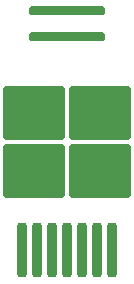
<source format=gbr>
%TF.GenerationSoftware,KiCad,Pcbnew,7.0.9*%
%TF.CreationDate,2023-11-14T16:07:15-06:00*%
%TF.ProjectId,to263-prototype,746f3236-332d-4707-926f-746f74797065,rev?*%
%TF.SameCoordinates,Original*%
%TF.FileFunction,Paste,Top*%
%TF.FilePolarity,Positive*%
%FSLAX46Y46*%
G04 Gerber Fmt 4.6, Leading zero omitted, Abs format (unit mm)*
G04 Created by KiCad (PCBNEW 7.0.9) date 2023-11-14 16:07:15*
%MOMM*%
%LPD*%
G01*
G04 APERTURE LIST*
G04 Aperture macros list*
%AMRoundRect*
0 Rectangle with rounded corners*
0 $1 Rounding radius*
0 $2 $3 $4 $5 $6 $7 $8 $9 X,Y pos of 4 corners*
0 Add a 4 corners polygon primitive as box body*
4,1,4,$2,$3,$4,$5,$6,$7,$8,$9,$2,$3,0*
0 Add four circle primitives for the rounded corners*
1,1,$1+$1,$2,$3*
1,1,$1+$1,$4,$5*
1,1,$1+$1,$6,$7*
1,1,$1+$1,$8,$9*
0 Add four rect primitives between the rounded corners*
20,1,$1+$1,$2,$3,$4,$5,0*
20,1,$1+$1,$4,$5,$6,$7,0*
20,1,$1+$1,$6,$7,$8,$9,0*
20,1,$1+$1,$8,$9,$2,$3,0*%
G04 Aperture macros list end*
%ADD10RoundRect,0.190500X3.009900X0.190500X-3.009900X0.190500X-3.009900X-0.190500X3.009900X-0.190500X0*%
%ADD11RoundRect,0.200000X0.200000X-2.100000X0.200000X2.100000X-0.200000X2.100000X-0.200000X-2.100000X0*%
%ADD12RoundRect,0.250000X2.375000X-2.025000X2.375000X2.025000X-2.375000X2.025000X-2.375000X-2.025000X0*%
G04 APERTURE END LIST*
D10*
%TO.C,C1*%
X88900000Y-67310000D03*
X88900000Y-65125600D03*
%TD*%
D11*
%TO.C,U1*%
X85090000Y-85350000D03*
X86360000Y-85350000D03*
X87630000Y-85350000D03*
X88900000Y-85350000D03*
D12*
X86125000Y-78625000D03*
X91675000Y-78625000D03*
X86125000Y-73775000D03*
X91675000Y-73775000D03*
D11*
X90170000Y-85350000D03*
X91440000Y-85350000D03*
X92710000Y-85350000D03*
%TD*%
M02*

</source>
